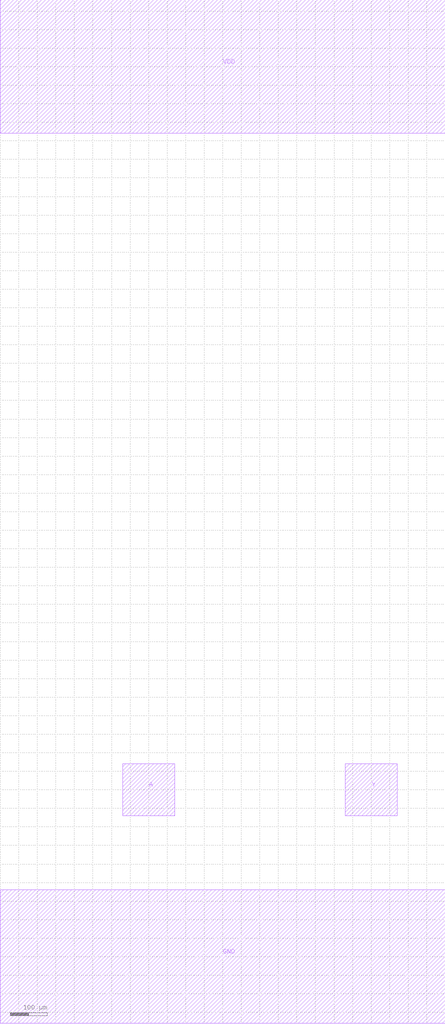
<source format=lef>
MACRO BUFX2
 CLASS CORE ;
 ORIGIN 0 0 ;
 FOREIGN BUFX2 0 0 ;
 SITE CORE ;
 SYMMETRY X Y R90 ;
  PIN VDD
   DIRECTION INOUT ;
   USE SIGNAL ;
   SHAPE ABUTMENT ;
    PORT
     CLASS CORE ;
       LAYER metal2 ;
        RECT 0.00000000 2220.00000000 1200.00000000 2580.00000000 ;
    END
  END VDD

  PIN GND
   DIRECTION INOUT ;
   USE SIGNAL ;
   SHAPE ABUTMENT ;
    PORT
     CLASS CORE ;
       LAYER metal2 ;
        RECT 0.00000000 -180.00000000 1200.00000000 180.00000000 ;
    END
  END GND

  PIN A
   DIRECTION INOUT ;
   USE SIGNAL ;
   SHAPE ABUTMENT ;
    PORT
     CLASS CORE ;
       LAYER metal2 ;
        RECT 330.00000000 380.00000000 470.00000000 520.00000000 ;
    END
  END A

  PIN Y
   DIRECTION INOUT ;
   USE SIGNAL ;
   SHAPE ABUTMENT ;
    PORT
     CLASS CORE ;
       LAYER metal2 ;
        RECT 930.00000000 380.00000000 1070.00000000 520.00000000 ;
    END
  END Y


END BUFX2

</source>
